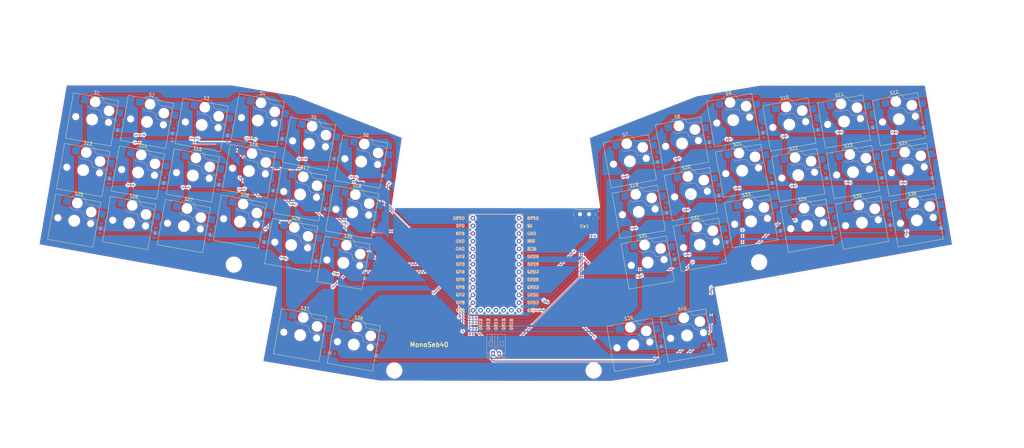
<source format=kicad_pcb>
(kicad_pcb (version 20240108) (generator "pcbnew") (generator_version "8.0")
  (layers (0 "F.Cu" signal) (31 "B.Cu" signal) (34 "B.Paste" user) (35 "F.Paste" user) (36 "B.SilkS" user "B.Silkscreen") (37 "F.SilkS" user "F.Silkscreen") (38 "B.Mask" user) (39 "F.Mask" user) (44 "Edge.Cuts" user))
  (net 0 "")
  (net 1 "Row 0")
  (net 2 "Net-(D1-A)")
  (net 3 "Net-(D2-A)")
  (net 4 "Net-(D3-A)")
  (net 5 "Net-(D4-A)")
  (net 6 "Net-(D5-A)")
  (net 7 "Net-(D6-A)")
  (net 8 "Net-(D7-A)")
  (net 9 "Net-(D8-A)")
  (net 10 "Net-(D9-A)")
  (net 11 "Net-(D10-A)")
  (net 12 "Net-(D11-A)")
  (net 13 "Net-(D12-A)")
  (net 14 "Row 1")
  (net 15 "Net-(D13-A)")
  (net 16 "Net-(D14-A)")
  (net 17 "Net-(D15-A)")
  (net 18 "Net-(D16-A)")
  (net 19 "Net-(D17-A)")
  (net 20 "Net-(D18-A)")
  (net 21 "Net-(D19-A)")
  (net 22 "Net-(D20-A)")
  (net 23 "Net-(D21-A)")
  (net 24 "Net-(D22-A)")
  (net 25 "Net-(D23-A)")
  (net 26 "Net-(D24-A)")
  (net 27 "Net-(D25-A)")
  (net 28 "Row 2")
  (net 29 "Net-(D26-A)")
  (net 30 "Net-(D27-A)")
  (net 31 "Net-(D28-A)")
  (net 32 "Net-(D29-A)")
  (net 33 "Net-(D30-A)")
  (net 34 "Net-(D31-A)")
  (net 35 "Net-(D32-A)")
  (net 36 "Net-(D33-A)")
  (net 37 "Net-(D34-A)")
  (net 38 "Net-(D35-A)")
  (net 39 "Net-(D36-A)")
  (net 40 "Net-(D37-A)")
  (net 41 "Row 3")
  (net 42 "Net-(D38-A)")
  (net 43 "Net-(D39-A)")
  (net 44 "Net-(D40-A)")
  (net 45 "Net-(J1-Pin_1)")
  (net 46 "Net-(J1-Pin_2)")
  (net 47 "Col 0")
  (net 48 "Col 1")
  (net 49 "Col 2")
  (net 50 "Col 3")
  (net 51 "Col 4")
  (net 52 "Col 5")
  (net 53 "Col 6")
  (net 54 "Col 7")
  (net 55 "Col 8")
  (net 56 "Col 9")
  (net 57 "Col 10")
  (net 58 "Col 11")
  (net 59 "Net-(U1-GP11)")
  (footprint "ScottoKeebs_Hotswap:Hotswap_Choc_V1_1.00u" (layer "F.Cu") (at 331.937288 97.903141 10)
    (property "Reference" "S11")
    (property "Value" "Keyswitch")
  )
  (footprint "ScottoKeebs_Hotswap:Hotswap_Choc_V1_1.00u" (layer "F.Cu") (at 95.676971 131.499476 -10)
    (property "Reference" "S26")
    (property "Value" "Keyswitch")
  )
  (footprint "ScottoKeebs_Hotswap:Hotswap_Choc_V1_1.00u" (layer "F.Cu") (at 353.029347 113.864279 10)
    (property "Reference" "S24")
    (property "Value" "Keyswitch")
  )
  (footprint "ScottoKeebs_Hotswap:Hotswap_Choc_V1_1.00u" (layer "F.Cu") (at 264.098191 127.799977 10)
    (property "Reference" "S19")
    (property "Value" "Keyswitch")
  )
  (footprint "ScottoKeebs_Hotswap:Hotswap_Choc_V1_1.00u" (layer "F.Cu") (at 152.201685 168.575198 -10)
    (property "Reference" "S37")
    (property "Value" "Keyswitch")
  )
  (footprint "ScottoKeebs_Hotswap:Hotswap_Choc_V1_1.00u" (layer "F.Cu") (at 169.420106 127.912848 -10)
    (property "Reference" "S18")
    (property "Value" "Keyswitch")
  )
  (footprint "ScottoKeebs_Hotswap:Hotswap_Choc_V1_1.00u" (layer "F.Cu") (at 337.841326 131.386604 10)
    (property "Reference" "S35")
    (property "Value" "Keyswitch")
  )
  (footprint "ScottoKeebs_Hotswap:Hotswap_Choc_V1_1.00u" (layer "F.Cu") (at 169.928225 171.700865 -10)
    (property "Reference" "S38")
    (property "Value" "Keyswitch")
  )
  (footprint "ScottoKeebs_Hotswap:Hotswap_Choc_V1_1.00u" (layer "F.Cu") (at 284.288364 138.646269 10)
    (property "Reference" "S32")
    (property "Value" "Keyswitch")
  )
  (footprint "ScottoKeebs_Hotswap:Hotswap_Choc_V1_1.00u" (layer "F.Cu") (at 152.181952 122.017409 -10)
    (property "Reference" "S17")
    (property "Value" "Keyswitch")
  )
  (footprint "ScottoKeebs_Hotswap:Hotswap_Choc_V1_1.00u" (layer "F.Cu") (at 113.776854 132.507806 -10)
    (property "Reference" "S27")
    (property "Value" "Keyswitch")
  )
  (footprint "ScottoKeebs_Hotswap:Hotswap_Choc_V1_1.00u" (layer "F.Cu") (at 98.62899 114.757744 -10)
    (property "Reference" "S14")
    (property "Value" "Keyswitch")
  )
  (footprint "ScottoKeebs_Hotswap:Hotswap_Choc_V1_1.00u" (layer "F.Cu") (at 166.468087 144.65458 -10)
    (property "Reference" "S30")
    (property "Value" "Keyswitch")
  )
  (footprint "ScottoKeebs_Hotswap:Hotswap_Choc_V1_1.00u" (layer "F.Cu") (at 298.25325 114.187204 10)
    (property "Reference" "S21")
    (property "Value" "Keyswitch")
  )
  (footprint "ScottoKeebs_Hotswap:Hotswap_Choc_V1_1.00u" (layer "F.Cu") (at 261.146172 111.058245 10)
    (property "Reference" "S7")
    (property "Value" "Keyswitch")
  )
  (footprint "ScottoKeebs_Hotswap:Hotswap_Choc_V1_1.00u" (layer "F.Cu") (at 301.205269 130.928936 10)
    (property "Reference" "S33")
    (property "Value" "Keyswitch")
  )
  (footprint "ScottoKeebs_Hotswap:Hotswap_Choc_V1_1.00u" (layer "F.Cu") (at 138.217066 97.558344 -10)
    (property "Reference" "S4")
    (property "Value" "Keyswitch")
  )
  (footprint "ScottoKeebs_Hotswap:Hotswap_Choc_V1_1.00u" (layer "F.Cu") (at 316.789424 115.653203 10)
    (property "Reference" "S22")
    (property "Value" "Keyswitch")
  )
  (footprint "ScottoKeebs_Hotswap:Hotswap_Choc_V1_1.00u" (layer "F.Cu") (at 267.05021 144.541708 10)
    (property "Reference" "S31")
    (property "Value" "Keyswitch")
  )
  (footprint "ScottoKeebs_Hotswap:Hotswap_Choc_V1_1.00u" (layer "F.Cu") (at 116.728873 115.766074 -10)
    (property "Reference" "S15")
    (property "Value" "Keyswitch")
  )
  (footprint "ScottoKeebs_Hotswap:Hotswap_Choc_V1_1.00u" (layer "F.Cu") (at 350.077328 97.122547 10)
    (property "Reference" "S12")
    (property "Value" "Keyswitch")
  )
  (footprint "ScottoKeebs_Hotswap:Hotswap_Choc_V1_1.00u" (layer "F.Cu") (at 319.741443 132.394935 10)
    (property "Reference" "S34")
    (property "Value" "Keyswitch")
  )
  (footprint "ScottoKeebs_Hotswap:Hotswap_Choc_V1_1.00u" (layer "F.Cu") (at 149.229933 138.759141 -10)
    (property "Reference" "S29")
    (property "Value" "Keyswitch")
  )
  (footprint "ScottoKeebs_Hotswap:Hotswap_Choc_V1_1.00u" (layer "F.Cu") (at 278.384326 105.162806 10)
    (property "Reference" "S8")
    (property "Value" "Keyswitch")
  )
  (footprint "ScottoKeebs_Hotswap:Hotswap_Choc_V1_1.00u" (layer "F.Cu") (at 119.680892 99.024343 -10)
    (property "Reference" "S3")
    (property "Value" "Keyswitch")
  )
  (footprint "ScottoKeebs_Hotswap:Hotswap_Choc_V1_1.00u" (layer "F.Cu") (at 101.581009 98.016012 -10)
    (property "Reference" "S2")
    (property "Value" "Keyswitch")
  )
  (footprint "ScottoKeebs_Hotswap:Hotswap_Choc_V1_1.00u" (layer "F.Cu") (at 313.837405 98.911471 10)
    (property "Reference" "S10")
    (property "Value" "Keyswitch")
  )
  (footprint "ScottoKeebs_Components:Switch_MSK12C02" (layer "F.Cu") (at 246.16 128.58)
    (property "Reference" "SW1")
    (property "Value" "Switch")
  )
  (footprint "ScottoKeebs_Hotswap:Hotswap_Choc_V1_1.00u" (layer "F.Cu") (at 155.133971 105.275677 -10)
    (property "Reference" "S5")
    (property "Value" "Keyswitch")
  )
  (footprint "ScottoKeebs_Hotswap:Hotswap_Choc_V1_1.00u" (layer "F.Cu") (at 77.536931 130.718882 -10)
    (property "Reference" "S25")
    (property "Value" "Keyswitch")
  )
  (footprint "ScottoKeebs_Hotswap:Hotswap_Choc_V1_1.00u" (layer "F.Cu") (at 262.309822 171.813736 10)
    (property "Reference" "S39")
    (property "Value" "Keyswitch")
  )
  (footprint "ScottoKeebs_Hotswap:Hotswap_Choc_V1_1.00u" (layer "F.Cu") (at 355.981366 130.606011 10)
    (property "Reference" "S36")
    (property "Value" "Keyswitch")
  )
  (footprint "ScottoKeebs_Hotswap:Hotswap_Choc_V1_1.00u" (layer "F.Cu") (at 80.48895 113.97715 -10)
    (property "Reference" "S13")
    (property "Value" "Keyswitch")
  )
  (footprint "ScottoKeebs_Hotswap:Hotswap_Choc_V1_1.00u" (layer "F.Cu") (at 334.889307 114.644873 10)
    (property "Reference" "S23")
    (property "Value" "Keyswitch")
  )
  (footprint "ScottoKeebs_MCU:RP2040_Pro_Micro" (layer "F.Cu") (at 216.9 146.4)
    (property "Reference" "U1" (hide yes))
    (property "Value" "RP2040_Pro_Micro" (hide yes))
  )
  (footprint "ScottoKeebs_Hotswap:Hotswap_Choc_V1_1.00u" (layer "F.Cu") (at 135.265047 114.300076 -10)
    (property "Reference" "S16")
    (property "Value" "Keyswitch")
  )
  (footprint "ScottoKeebs_Hotswap:Hotswap_Choc_V1_1.00u" (layer "F.Cu") (at 280.036362 168.688069 10)
    (property "Reference" "S40")
    (property "Value" "Keyswitch")
  )
  (footprint "ScottoKeebs_Hotswap:Hotswap_Choc_V1_1.00u" (layer "F.Cu") (at 132.313028 131.041807 -10)
    (property "Reference" "S28")
    (property "Value" "Keyswitch")
  )
  (footprint "ScottoKeebs_Hotswap:Hotswap_Choc_V1_1.00u" (layer "F.Cu") (at 172.372125 111.171116 -10)
    (property "Reference" "S6")
    (property "Value" "Keyswitch")
  )
  (footprint "ScottoKeebs_Hotswap:Hotswap_Choc_V1_1.00u" (layer "F.Cu") (at 83.440969 97.235418 -10)
    (property "Reference" "S1")
    (property "Value" "Keyswitch")
  )
  (footprint "ScottoKeebs_Hotswap:Hotswap_Choc_V1_1.00u" (layer "F.Cu") (at 281.336345 121.904538 10)
    (property "Reference" "S20")
    (property "Value" "Keyswitch")
  )
  (footprint "ScottoKeebs_Hotswap:Hotswap_Choc_V1_1.00u" (layer "F.Cu") (at 295.301231 97.445472 10)
    (property "Reference" "S9")
    (property "Value" "Keyswitch")
  )
  (footprint "ScottoKeebs_Components:Diode_SOD-123" (layer "B.Cu") (at 341.420336 99.840051 100)
    (property "Reference" "D11" (hide yes))
    (property "Value" "Diode")
  )
  (footprint "ScottoKeebs_Components:Diode_SOD-123" (layer "B.Cu") (at 344.400336 116.570051 100)
    (property "Reference" "D23" (hide yes))
    (property "Value" "Diode")
  )
  (footprint "ScottoKeebs_Components:Diode_SOD-123" (layer "B.Cu") (at 163.446855 110.175118 80)
    (property "Reference" "D5" (hide yes))
    (property "Value" "Diode")
  )
  (footprint "ScottoKeebs_Components:Diode_SOD-123" (layer "B.Cu") (at 157.410336 144.090051 80)
    (property "Reference" "D29" (hide yes))
    (property "Value" "Diode")
  )
  (footprint "ScottoKeebs_Components:Diode_SOD-123" (layer "B.Cu") (at 271.52 172.31 100)
    (property "Reference" "D39" (hide yes))
    (property "Value" "Diode")
  )
  (footprint "ScottoKeebs_Components:Diode_SOD-123" (layer "B.Cu") (at 160.450336 126.830051 80)
    (property "Reference" "D17" (hide yes))
    (property "Value" "Diode")
  )
  (footprint "ScottoKeebs_Components:Diode_SOD-123" (layer "B.Cu") (at 305.143817 101.595118 100)
    (property "Reference" "D9" (hide yes))
    (property "Value" "Diode")
  )
  (footprint "ScottoKeebs_Components:Diode_SOD-123" (layer "B.Cu") (at 308.120336 118.220051 100)
    (property "Reference" "D21" (hide yes))
    (property "Value" "Diode")
  )
  (footprint "Connector_JST:JST_PH_S2B-PH-K_1x02_P2.00mm_Horizontal" (layer "B.Cu") (at 215.95 174.7)
    (property "Reference" "J1")
    (property "Value" "Conn_01x02_Pin")
  )
  (footprint "ScottoKeebs_Components:Diode_SOD-123" (layer "B.Cu") (at 329.050336 133.320051 100)
    (property "Reference" "D34" (hide yes))
    (property "Value" "Diode")
  )
  (footprint "ScottoKeebs_Components:Diode_SOD-123" (layer "B.Cu") (at 273.300336 128.080051 100)
    (property "Reference" "D19" (hide yes))
    (property "Value" "Diode")
  )
  (footprint "ScottoKeebs_Components:Diode_SOD-123" (layer "B.Cu") (at 347.160336 132.190051 100)
    (property "Reference" "D35" (hide yes))
    (property "Value" "Diode")
  )
  (footprint "ScottoKeebs_Components:Diode_SOD-123" (layer "B.Cu") (at 146.240336 103.630051 80)
    (property "Reference" "D4" (hide yes))
    (property "Value" "Diode")
  )
  (footprint "ScottoKeebs_Components:Diode_SOD-123" (layer "B.Cu") (at 161.95 174.46 170)
    (property "Reference" "D37" (hide yes))
    (property "Value" "Diode")
  )
  (footprint "ScottoKeebs_Components:Diode_SOD-123" (layer "B.Cu") (at 361.010336 116.610051 100)
    (property "Reference" "D24" (hide yes))
    (property "Value" "Diode")
  )
  (footprint "ScottoKeebs_Components:Diode_SOD-123" (layer "B.Cu") (at 177.37 175.39 80)
    (property "Reference" "D38" (hide yes))
    (property "Value" "Diode")
  )
  (footprint "ScottoKeebs_Components:Diode_SOD-123" (layer "B.Cu") (at 143.270336 120.750051 80)
    (property "Reference" "D16" (hide yes))
    (property "Value" "Diode")
  )
  (footprint "ScottoKeebs_Components:Diode_SOD-123" (layer "B.Cu") (at 287.370336 104.680051 100)
    (property "Reference" "D8" (hide yes))
    (property "Value" "Diode")
  )
  (footprint "ScottoKeebs_Components:Diode_SOD-123" (layer "B.Cu") (at 363.920336 133.120051 100)
    (property "Reference" "D36" (hide yes))
    (property "Value" "Diode")
  )
  (footprint "ScottoKeebs_Components:Diode_SOD-123" (layer "B.Cu") (at 173.520336 149.810051 80)
    (property "Reference" "D30" (hide yes))
    (property "Value" "Diode")
  )
  (footprint "ScottoKeebs_Components:Diode_SOD-123" (layer "B.Cu") (at 310.890336 134.080051 100)
    (property "Reference" "D33" (hide yes))
    (property "Value" "Diode")
  )
  (footprint "ScottoKeebs_Components:Diode_SOD-123" (layer "B.Cu") (at 326.150336 116.650051 100)
    (property "Reference" "D22" (hide yes))
    (property "Value" "Diode")
  )
  (footprint "ScottoKeebs_Components:Diode_SOD-123" (layer "B.Cu") (at 293.270336 137.770051 100)
    (property "Reference" "D32" (hide yes))
    (property "Value" "Diode")
  )
  (footprint "ScottoKeebs_Components:Diode_SOD-123" (layer "B.Cu") (at 140.260336 137.780051 80)
    (property "Reference" "D28" (hide yes))
    (property "Value" "Diode")
  )
  (footprint "ScottoKeebs_Components:Diode_SOD-123" (layer "B.Cu") (at 125.320336 118.800051 80)
    (property "Reference" "D15" (hide yes))
    (property "Value" "Diode")
  )
  (footprint "ScottoKeebs_Components:Diode_SOD-123" (layer "B.Cu") (at 276.020336 143.460051 100)
    (property "Reference" "D31" (hide yes))
    (property "Value" "Diode")
  )
  (footprint "ScottoKeebs_Components:Diode_SOD-123" (layer "B.Cu") (at 89.140336 116.770051 80)
    (property "Reference" "D13" (hide yes))
    (property "Value" "Diode")
  )
  (footprint "ScottoKeebs_Components:Diode_SOD-123" (layer "B.Cu") (at 107.150336 118.230051 80)
    (property "Reference" "D14" (hide yes))
    (property "Value" "Diode")
  )
  (footprint "ScottoKeebs_Components:Diode_SOD-123" (layer "B.Cu") (at 323.250336 100.650051 100)
    (property "Reference" "D10" (hide yes))
    (property "Value" "Diode")
  )
  (footprint "ScottoKeebs_Components:Diode_SOD-123" (layer "B.Cu") (at 179.460336 115.800051 80)
    (property "Reference" "D6" (hide yes))
    (property "Value" "Diode")
  )
  (footprint "ScottoKeebs_Components:Diode_SOD-123" (layer "B.Cu") (at 86.220336 133.260051 80)
    (property "Reference" "D25" (hide yes))
    (property "Value" "Diode")
  )
  (footprint "ScottoKeebs_Components:Diode_SOD-123" (layer "B.Cu") (at 91.910336 100.730051 80)
    (property "Reference" "D1" (hide yes))
    (property "Value" "Diode")
  )
  (footprint "ScottoKeebs_Components:Diode_SOD-123" (layer "B.Cu") (at 176.460336 133.700051 80)
    (property "Reference" "D18" (hide yes))
    (property "Value" "Diode")
  )
  (footprint "ScottoKeebs_Components:Diode_SOD-123" (layer "B.Cu") (at 290.530336 122.320051 100)
    (property "Reference" "D20" (hide yes))
    (property "Value" "Diode")
  )
  (footprint "ScottoKeebs_Components:Diode_SOD-123" (layer "B.Cu") (at 358.070336 99.930051 100)
    (property "Reference" "D12" (hide yes))
    (property "Value" "Diode")
  )
  (footprint "ScottoKeebs_Components:Diode_SOD-123" (layer "B.Cu") (at 128.220336 102.510051 80)
    (property "Reference" "D3" (hide yes))
    (property "Value" "Diode")
  )
  (footprint "ScottoKeebs_Components:Diode_SOD-123" (layer "B.Cu") (at 122.400336 135.370051 80)
    (property "Reference" "D27" (hide yes))
    (property "Value" "Diode")
  )
  (footprint "ScottoKeebs_Components:Diode_SOD-123" (layer "B.Cu") (at 287.28 171.77 10)
    (property "Reference" "D40" (hide yes))
    (property "Value" "Diode")
  )
  (footprint "ScottoKeebs_Components:Diode_SOD-123" (layer "B.Cu") (at 270.290336 111.260051 100)
    (property "Reference" "D7" (hide yes))
    (property "Value" "Diode")
  )
  (footprint "ScottoKeebs_Components:Diode_SOD-123" (layer "B.Cu") (at 110.010336 101.840051 80)
    (property "Reference" "D2" (hide yes))
    (property "Value" "Diode")
  )
  (footprint "ScottoKeebs_Components:Diode_SOD-123" (layer "B.Cu") (at 104.230336 134.750051 80)
    (property "Reference" "D26" (hide yes))
    (property "Value" "Diode")
  )
  (gr_line (start 65.53 138.91) (end 144.06 152.95) (stroke (width 0.05)) (layer "Edge.Cuts"))
  (gr_line (start 216.96 126.08) (end 250.83 126.15) (stroke (width 0.05)) (layer "Edge.Cuts"))
  (gr_circle (center 249.19 180.26) (end 251.39 180.26) (stroke (width 0.05)) (fill none) (layer "Edge.Cuts"))
  (gr_line (start 150.57 89.03) (end 129.57 85.49) (stroke (width 0.05)) (layer "Edge.Cuts"))
  (gr_circle (center 303.88 144.45) (end 306.08 144.45) (stroke (width 0.05)) (fill none) (layer "Edge.Cuts"))
  (gr_line (start 359.04 85.58) (end 368.17 138.99) (stroke (width 0.05)) (layer "Edge.Cuts"))
  (gr_circle (center 183.3 180.28) (end 185.5 180.28) (stroke (width 0.05)) (fill none) (layer "Edge.Cuts"))
  (gr_line (start 250.83 126.15) (end 247.42 103.06) (stroke (width 0.05)) (layer "Edge.Cuts"))
  (gr_line (start 294.21 177.64) (end 255.15 184.17) (stroke (width 0.05)) (layer "Edge.Cuts"))
  (gr_line (start 186.28 102.98) (end 150.57 89.03) (stroke (width 0.05)) (layer "Edge.Cuts"))
  (gr_line (start 144.06 152.95) (end 139.49 177.56) (stroke (width 0.05)) (layer "Edge.Cuts"))
  (gr_line (start 289.64 153.03) (end 294.21 177.64) (stroke (width 0.05)) (layer "Edge.Cuts"))
  (gr_line (start 74.66 85.5) (end 65.53 138.91) (stroke (width 0.05)) (layer "Edge.Cuts"))
  (gr_line (start 283.13 89.11) (end 247.42 103.06) (stroke (width 0.05)) (layer "Edge.Cuts"))
  (gr_line (start 304.13 85.57) (end 359.04 85.58) (stroke (width 0.05)) (layer "Edge.Cuts"))
  (gr_line (start 368.17 138.99) (end 289.64 153.03) (stroke (width 0.05)) (layer "Edge.Cuts"))
  (gr_circle (center 130.28 145.25) (end 132.48 145.25) (stroke (width 0.05)) (fill none) (layer "Edge.Cuts"))
  (gr_line (start 178.55 184.09) (end 216.8 184.16) (stroke (width 0.05)) (layer "Edge.Cuts"))
  (gr_line (start 283.13 89.11) (end 304.13 85.57) (stroke (width 0.05)) (layer "Edge.Cuts"))
  (gr_line (start 255.15 184.17) (end 216.8 184.16) (stroke (width 0.05)) (layer "Edge.Cuts"))
  (gr_line (start 139.49 177.56) (end 178.55 184.09) (stroke (width 0.05)) (layer "Edge.Cuts"))
  (gr_line (start 129.57 85.49) (end 74.66 85.5) (stroke (width 0.05)) (layer "Edge.Cuts"))
  (gr_line (start 182.87 126.07) (end 186.28 102.98) (stroke (width 0.05)) (layer "Edge.Cuts"))
  (gr_line (start 216.96 126.08) (end 182.87 126.07) (stroke (width 0.05)) (layer "Edge.Cuts"))
  (gr_text "MonoSeb40" (at 188.27 172.61 0) (layer "F.SilkS") (effects (font (size 1.5 1.5) (thickness 0.3) (bold yes)) (justify left bottom)))
  (segment (start 311.770708 102.76) (end 311.700708 102.83) (width 0.2) (layer "F.Cu") (net 1))
  (segment (start 260.059475 116.17) (end 260.209475 116.02) (width 0.2) (layer "F.Cu") (net 1))
  (segment (start 170.67 116.29) (end 170.79 116.41) (width 0.2) (layer "F.Cu") (net 1))
  (segment (start 137.03 103.45) (end 137.42 103.84) (width 0.2) (layer "F.Cu") (net 1))
  (segment (start 134.48 103.45) (end 137.03 103.45) (width 0.2) (layer "F.Cu") (net 1))
  (segment (start 331.000591 101.42) (end 329.850591 101.42) (width 0.2) (layer "F.Cu") (net 1))
  (segment (start 259.009475 116.17) (end 260.059475 116.17) (width 0.2) (layer "F.Cu") (net 1))
  (segment (start 294.364534 103.77) (end 293.164534 103.77) (width 0.2) (layer "F.Cu") (net 1))
  (segment (start 349.140631 101.51) (end 347.940631 101.51) (width 0.2) (layer "F.Cu") (net 1))
  (segment (start 168.91 116.29) (end 170.67 116.29) (width 0.2) (layer "F.Cu") (net 1))
  (segment (start 151.78 110.26) (end 153.99 110.26) (width 0.2) (layer "F.Cu") (net 1))
  (segment (start 276.507629 110.14) (end 276.247629 110.4) (width 0.2) (layer "F.Cu") (net 1))
  (segment (start 100.53 102.36) (end 100.6 102.29) (width 0.2) (layer "F.Cu") (net 1))
  (segment (start 116.16 103.53) (end 118.48 103.53) (width 0.2) (layer "F.Cu") (net 1))
  (segment (start 312.900708 102.76) (end 311.770708 102.76) (width 0.2) (layer "F.Cu") (net 1))
  (segment (start 329.850591 101.42) (end 329.800591 101.47) (width 0.2) (layer "F.Cu") (net 1))
  (segment (start 277.447629 110.14) (end 276.507629 110.14) (width 0.2) (layer "F.Cu") (net 1))
  (segment (start 97.85 102.36) (end 100.53 102.36) (width 0.2) (layer "F.Cu") (net 1))
  (via (at 349.140631 101.51) (size 0.6) (drill 0.3) (layers "F.Cu" "B.Cu") (net 1))
  (via (at 134.48 103.45) (size 0.6) (drill 0.3) (layers "F.Cu" "B.Cu") (net 1))
  (via (at 170.79 116.41) (size 0.6) (drill 0.3) (layers "F.Cu" "B.Cu") (net 1))
  (via (at 137.42 103.84) (size 0.6) (drill 0.3) (layers "F.Cu" "B.Cu") (net 1))
  (via (at 277.447629 110.14) (size 0.6) (drill 0.3) (layers "F.Cu" "B.Cu") (net 1))
  (via (at 153.99 110.26) (size 0.6) (drill 0.3) (layers "F.Cu" "B.Cu") (net 1))
  (via (at 118.48 103.53) (size 0.6) (drill 0.3) (layers "F.Cu" "B.Cu") (net 1))
  (via (at 312.900708 102.76) (size 0.6) (drill 0.3) (layers "F.Cu" "B.Cu") (net 1))
  (via (at 294.364534 103.77) (size 0.6) (drill 0.3) (layers "F.Cu" "B.Cu") (net 1))
  (via (at 116.16 103.53) (size 0.6) (drill 0.3) (layers "F.Cu" "B.Cu") (net 1))
  (via (at 100.6 102.29) (size 0.6) (drill 0.3) (layers "F.Cu" "B.Cu") (net 1))
  (via (at 311.700708 102.83) (size 0.6) (drill 0.3) (layers "F.Cu" "B.Cu") (net 1))
  (via (at 168.91 116.29) (size 0.6) (drill 0.3) (layers "F.Cu" "B.Cu") (net 1))
  (via (at 97.85 102.36) (size 0.6) (drill 0.3) (layers "F.Cu" "B.Cu") (net 1))
  (via (at 259.009475 116.17) (size 0.6) (drill 0.3) (layers "F.Cu" "B.Cu") (net 1))
  (via (at 293.164534 103.77) (size 0.6) (drill 0.3) (layers "F.Cu" "B.Cu") (net 1))
  (via (at 331.000591 101.42) (size 0.6) (drill 0.3) (layers "F.Cu" "B.Cu") (net 1))
  (via (at 347.940631 101.51) (size 0.6) (drill 0.3) (layers "F.Cu" "B.Cu") (net 1))
  (via (at 151.78 110.26) (size 0.6) (drill 0.3) (layers "F.Cu" "B.Cu") (net 1))
  (via (at 276.247629 110.4) (size 0.6) (drill 0.3) (layers "F.Cu" "B.Cu") (net 1))
  (via (at 260.209475 116.02) (size 0.6) (drill 0.3) (layers "F.Cu" "B.Cu") (net 1))
  (via (at 329.800591 101.47) (size 0.6) (drill 0.3) (layers "F.Cu" "B.Cu") (net 1))
  (segment (start 252.74 137.91) (end 252.74 116.28) (width 0.2) (layer "B.Cu") (net 1))
  (segment (start 237.59 153.06) (end 252.74 137.91) (width 0.2) (layer "B.Cu") (net 1))
  (segment (start 349.185615 101.554984) (end 349.140631 101.51) (width 0.2) (layer "B.Cu") (net 1))
  (segment (start 127.933817 104.134984) (end 133.795016 104.134984) (width 0.2) (layer "B.Cu") (net 1))
  (segment (start 273.762645 112.884984) (end 270.576855 112.884984) (width 0.2) (layer "B.Cu") (net 1))
  (segment (start 145.953817 105.254984) (end 146.774984 105.254984) (width 0.2) (layer "B.Cu") (net 1))
  (segment (start 263.344491 112.884984) (end 270.576855 112.884984) (width 0.2) (layer "B.Cu") (net 1))
  (segment (start 119.084984 104.134984) (end 127.933817 104.134984) (width 0.2) (layer "B.Cu") (net 1))
  (segment (start 281.282645 106.304984) (end 277.447629 110.14) (width 0.2) (layer "B.Cu") (net 1))
  (segment (start 311.700708 102.83) (end 311.310657 103.220051) (width 0.2) (layer "B.Cu") (net 1))
  (segment (start 146.774984 105.254984) (end 151.78 110.26) (width 0.2) (layer "B.Cu") (net 1))
  (segment (start 237.59 153.06) (end 235.36 155.29) (width 0.2) (layer "B.Cu") (net 1))
  (segment (start 138.834984 105.254984) (end 145.953817 105.254984) (width 0.2) (layer "B.Cu") (net 1))
  (segment (start 153.99 110.26) (end 154.4 110.26) (width 0.2) (layer "B.Cu") (net 1))
  (segment (start 258.899475 116.28) (end 259.009475 116.17) (width 0.2) (layer "B.Cu") (net 1))
  (segment (start 170.79 116.41) (end 171.804984 117.424984) (width 0.2) (layer "B.Cu") (net 1))
  (segment (start 260.209475 116.02) (end 263.344491 112.884984) (width 0.2) (layer "B.Cu") (net 1))
  (segment (start 137.42 103.84) (end 138.834984 105.254984) (width 0.2) (layer "B.Cu") (net 1))
  (segment (start 293.164534 104.155466) (end 291.015016 106.304984) (width 0.2) (layer "B.Cu") (net 1))
  (segment (start 171.804984 117.424984) (end 179.173817 117.424984) (width 0.2) (layer "B.Cu") (net 1))
  (segment (start 227.73 162.92) (end 237.59 153.06) (width 0.2) (layer "B.Cu") (net 1))
  (segment (start 100.6 102.29) (end 101.774984 103.464984) (width 0.2) (layer "B.Cu") (net 1))
  (segment (start 154.4 110.26) (end 155.940051 111.800051) (width 0.2) (layer "B.Cu") (net 1))
  (segment (start 305.430336 103.220051) (end 294.914483 103.220051) (width 0.2) (layer "B.Cu") (net 1))
  (segment (start 287.656855 106.304984) (end 281.282645 106.304984) (width 0.2) (layer "B.Cu") (net 1))
  (segment (start 347.940631 101.51) (end 347.895615 101.464984) (width 0.2) (layer "B.Cu") (net 1))
  (segment (start 91.623817 102.354984) (end 97.844984 102.354984) (width 0.2) (layer "B.Cu") (net 1))
  (segment (start 294.914483 103.220051) (end 294.364534 103.77) (width 0.2) (layer "B.Cu") (net 1))
  (segment (start 179.173817 117.424984) (end 179.173817 117.533817) (width 0.2) (layer "B.Cu") (net 1))
  (segment (start 101.774984 103.464984) (end 109.723817 103.464984) (width 0.2) (layer "B.Cu") (net 1))
  (segment (start 109.723817 103.464984) (end 116.094984 103.464984) (width 0.2) (layer "B.Cu") (net 1))
  (segment (start 323.536855 102.274984) (end 313.385724 102.274984) (width 0.2) (layer "B.Cu") (net 1))
  (segment (start 97.844984 102.354984) (end 97.85 102.36) (width 0.2) (layer "B.Cu") (net 1))
  (segment (start 313.385724 102.274984) (end 312.900708 102.76) (width 0.2) (layer "B.Cu") (net 1))
  (segment (start 163.160336 111.800051) (end 164.420051 111.800051) (width 0.2) (layer "B.Cu") (net 1))
  (segment (start 235.36 155.29) (end 224.52 155.29) (width 0.2) (layer "B.Cu") (net 1))
  (segment (start 329.800591 101.47) (end 328.995607 102.274984) (width 0.2) (layer "B.Cu") (net 1))
  (segment (start 328.995607 102.274984) (end 323.536855 102.274984) (width 0.2) (layer "B.Cu") (net 1))
  (segment (start 164.420051 111.800051) (end 168.91 116.29) (width 0.2) (layer "B.Cu") (net 1))
  (segment (start 252.74 116.28) (end 258.899475 116.28) (width 0.2) (layer "B.Cu") (net 1))
  (segment (start 155.940051 111.800051) (end 163.160336 111.800051) (width 0.2) (layer "B.Cu") (net 1))
  (segment (start 116.094984 103.464984) (end 116.16 103.53) (width 0.2) (layer "B.Cu") (net 1))
  (segment (start 133.795016 104.134984) (end 134.48 103.45) (width 0.2) (layer "B.Cu") (net 1))
  (segment (start 276.247629 110.4) (end 273.762645 112.884984) (width 0.2) (layer "B.Cu") (net 1))
  (segment (start 182.240128 137.260128) (end 207.9 162.92) (width 0.2) (layer "B.Cu") (net 1))
  (segment (start 293.164534 103.77) (end 293.164534 104.155466) (width 0.2) (layer "B.Cu") (net 1))
  (segment (start 341.706855 101.464984) (end 331.045575 101.464984) (width 0.2) (layer "B.Cu") (net 1))
  (segment (start 347.895615 101.464984) (end 341.706855 101.464984) (width 0.2) (layer "B.Cu") (net 1))
  (segment (start 291.015016 106.304984) (end 287.656855 106.304984) (width 0.2) (layer "B.Cu") (net 1))
  (segment (start 358.356855 101.554984) (end 349.185615 101.554984) (width 0.2) (layer "B.Cu") (net 1))
  (segment (start 179.173817 117.533817) (end 182.240128 120.600128) (width 0.2) (layer "B.Cu") (net 1))
  (segment (start 331.045575 101.464984) (end 331.000591 101.42) (width 0.2) (layer "B.Cu") (net 1))
  (segment (start 207.9 162.92) (end 227.73 162.92) (width 0.2) (layer "B.Cu") (net 1))
  (segment (start 182.240128 120.600128) (end 182.240128 137.260128) (width 0.2) (layer "B.Cu") (net 1))
  (segment (start 311.310657 103.220051) (end 305.430336 103.220051) (width 0.2) (layer "B.Cu") (net 1))
  (segment (start 118.48 103.53) (end 119.084984 104.134984) (width 0.2) (layer "B.Cu") (net 1))
  (segment (start 92.471698 94.969158) (end 92.471698 98.830275) (width 0.2) (layer "B.Cu") (net 2))
  (segment (start 92.471698 98.830275) (end 92.196855 99.105118) (width 0.2) (layer "B.Cu") (net 2))
  (segment (start 110.611738 95.749752) (end 110.611738 99.900235) (width 0.2) (layer "B.Cu") (net 3))
  (segment (start 110.611738 99.900235) (end 110.296855 100.215118) (width 0.2) (layer "B.Cu") (net 3))
  (segment (start 128.711621 96.758083) (end 128.711621 100.680352) (width 0.2) (layer "B.Cu") (net 4))
  (segment (start 128.711621 100.680352) (end 128.506855 100.885118) (width 0.2) (layer "B.Cu") (net 4))
  (segment (start 147.247795 95.292084) (end 147.247795 101.284178) (width 0.2) (layer "B.Cu") (net 5))
  (segment (start 147.247795 101.284178) (end 146.526855 102.005118) (width 0.2) (layer "B.Cu") (net 5))
  (segment (start 164.1647 103.009417) (end 164.1647 108.118859) (width 0.2) (layer "B.Cu") (net 6))
  (segment (start 164.1647 108.118859) (end 163.733374 108.550185) (width 0.2) (layer "B.Cu") (net 6))
  (segment (start 181.402854 112.519119) (end 179.746855 114.175118) (width 0.2) (layer "B.Cu") (net 7))
  (segment (start 181.402854 108.904856) (end 181.402854 112.519119) (width 0.2) (layer "B.Cu") (net 7))
  (segment (start 268.857175 108.488476) (end 270.003817 109.635118) (width 0.2) (layer "B.Cu") (net 8))
  (segment (start 268.857175 105.839966) (end 268.857175 108.488476) (width 0.2) (layer "B.Cu") (net 8))
  (segment (start 286.095329 99.944527) (end 286.095329 102.06663) (width 0.2) (layer "B.Cu") (net 9))
  (segment (start 286.095329 102.06663) (end 287.083817 103.055118) (width 0.2) (layer "B.Cu") (net 9))
  (segment (start 303.012234 92.227193) (end 303.012234 98.125121) (width 0.2) (layer "B.Cu") (net 10))
  (segment (start 303.012234 98.125121) (end 304.857298 99.970185) (width 0.2) (layer "B.Cu") (net 10))
  (segment (start 321.548408 93.693192) (end 321.548408 97.609709) (width 0.2) (layer "B.Cu") (net 11))
  (segment (start 321.548408 97.609709) (end 322.963817 99.025118) (width 0.2) (layer "B.Cu") (net 11))
  (segment (start 339.648291 92.684862) (end 339.648291 96.729592) (width 0.2) (layer "B.Cu") (net 12))
  (segment (start 339.648291 96.729592) (end 341.133817 98.215118) (width 0.2) (layer "B.Cu") (net 12))
  (segment (start 357.788331 91.904268) (end 357.788331 98.300604) (width 0.2) (layer "B.Cu") (net 13))
  (segment (start 357.788331 98.300604) (end 357.783817 98.305118) (width 0.2) (layer "B.Cu") (net 13))
  (segment (start 113.44 119.69) (end 115.29 119.69) (width 0.2) (layer "F.Cu") (net 14))
  (segment (start 132.03 120.35) (end 133.68 120.35) (width 0.2) (layer "F.Cu") (net 14))
  (segment (start 167.27 131.39) (end 167.73 131.85) (width 0.2) (layer "F.Cu") (net 14))
  (segment (start 263.031494 133.25) (end 263.161494 133.12) (width 0.2) (layer "F.Cu") (net 14))
  (segment (start 133.68 120.35) (end 133.84 120.19) (width 0.2) (layer "F.Cu") (net 14))
  (segment (start 333.95261 118.13) (end 332.82261 118.13) (width 0.2) (layer "F.Cu") (net 14))
  (segment (start 233.869265 157.629265) (end 233.289265 157.629265) (width 0.2) (layer "F.Cu") (net 14))
  (segment (start 149.02 125.22) (end 150.47 125.22) (width 0.2) (layer "F.Cu") (net 14))
  (segment (start 166.24 131.39) (end 167.27 131.39) (width 0.2) (layer "F.Cu") (net 14))
  (segment (start 261.961494 133.25) (end 263.031494 133.25) (width 0.2) (layer "F.Cu") (net 14))
  (segment (start 95.24 118.86) (end 97.02 118.86) (width 0.2) (layer "F.Cu") (net 14))
  (segment (start 352.09265 118.19) (end 350.89265 118.19) (width 0.2) (layer "F.Cu") (net 14))
  (segment (start 115.29 119.69) (end 115.36 119.62) (width 0.2) (layer "F.Cu") (net 14))
  (segment (start 280.399648 127.13) (end 279.199648 127.13) (width 0.2) (layer "F.Cu") (net 14))
  (segment (start 315.852727 119.18) (end 314.652727 119.18) (width 0.2) (layer "F.Cu") (net 14))
  (segment (start 233.289265 157.629265) (end 232.730735 157.070735) (width 0.2) (layer "F.Cu") (net 14))
  (segment (start 297.316553 119.93) (end 296.116553 119.93) (width 0.2) (layer "F.Cu") (net 14))
  (segment (start 150.47 125.22) (end 150.62 125.37) (width 0.2) (layer "F.Cu") (net 14))
  (segment (start 332.82261 118.13) (end 332.75261 118.06) (width 0.2) (layer "F.Cu") (net 14))
  (via (at 115.36 119.62) (size 0.6) (drill 0.3) (layers "F.Cu" "B.Cu") (net 14))
  (via (at 95.24 118.86) (size 0.6) (drill 0.3) (layers "F.Cu" "B.Cu") (net 14))
  (via (at 113.44 119.69) (size 0.6) (drill 0.3) (layers "F.Cu" "B.Cu") (net 14))
  (via (at 150.62 125.37) (size 0.6) (drill 0.3) (layers "F.Cu" "B.Cu") (net 14))
  (via (at 350.89265 118.19) (size 0.6) (drill 0.3) (layers "F.Cu" "B.Cu") (net 14))
  (via (at 261.961494 133.25) (size 0.6) (drill 0.3) (layers "F.Cu" "B.Cu") (net 14))
  (via (at 97.02 118.86) (size 0.6) (drill 0.3) (layers "F.Cu" "B.Cu") (net 14))
  (via (at 149.02 125.22) (size 0.6) (drill 0.3) (layers "F.Cu" "B.Cu") (net 14))
  (via (at 232.730735 157.070735) (size 0.6) (drill 0.3) (layers "F.Cu" "B.Cu") (net 14))
  (via (at 314.652727 119.18) (size 0.6) (drill 0.3) (layers "F.Cu" "B.Cu") (net 14))
  (via (at 297.316553 119.93) (size 0.6) (drill 0.3) (layers "F.Cu" "B.Cu") (net 14))
  (via (at 233.869265 157.629265) (size 0.6) (drill 0.3) (layers "F.Cu" "B.Cu") (net 14))
  (via (at 280.399648 127.13) (size 0.6) (drill 0.3) (layers "F.Cu" "B.Cu") (net 14))
  (via (at 132.03 120.35) (size 0.6) (drill 0.3) (layers "F.Cu" "B.Cu") (net 14))
  (via (at 167.73 131.85) (size 0.6) (drill 0.3) (layers "F.Cu" "B.Cu") (net 14))
  (via (at 133.84 120.19) (size 0.6) (drill 0.3) (layers "F.Cu" "B.Cu") (net 14))
  (via (at 166.24 131.39) (size 0.6) (drill 0.3) (layers "F.Cu" "B.Cu") (net 14))
  (via (at 296.116553 119.93) (size 0.6) (drill 0.3) (layers "F.Cu" "B.Cu") (net 14))
  (via (at 279.199648 127.13) (size 0.6) (drill 0.3) (layers "F.Cu" "B.Cu") (net 14))
  (via (at 333.95261 118.13) (size 0.6) (drill 0.3) (layers "F.Cu" "B.Cu") (net 14))
  (via (at 352.09265 118.19) (size 0.6) (drill 0.3) (layers "F.Cu" "B.Cu") (net 14))
  (via (at 315.852727 119.18) (size 0.6) (drill 0.3) (layers "F.Cu" "B.Cu") (net 14))
  (via (at 332.75261 118.06) (size 0.6) (drill 0.3) (layers "F.Cu" "B.Cu") (net 14))
  (via (at 263.161494 133.12) (size 0.6) (drill 0.3) (layers "F.Cu" "B.Cu") (net 14))
  (segment (start 361.296855 118.234984) (end 352.137634 118.234984) (width 0.2) (layer "B.Cu") (net 14))
  (segment (start 334.017594 118.194984) (end 333.95261 118.13) (width 0.2) (layer "B.Cu") (net 14))
  (segment (start 283.584664 123.944984) (end 280.399648 127.13) (width 0.2) (layer "B.Cu") (net 14))
  (segment (start 290.816855 123.944984) (end 283.584664 123.944984) (width 0.2) (layer "B.Cu") (net 14))
  (segment (start 88.853817 118.394984) (end 94.774984 118.394984) (width 0.2) (layer "B.Cu") (net 14))
  (segment (start 276.624664 129.704984) (end 273.586855 129.704984) (width 0.2) (layer "B.Cu") (net 14))
  (segment (start 316.757743 118.274984) (end 315.852727 119.18) (width 0.2) (layer "B.Cu") (net 14))
  (segment (start 266.57651 129.704984) (end 273.586855 129.704984) (width 0.2) (layer "B.Cu") (net 14))
  (segment (start 125.033817 120.424984) (end 131.955016 120.424984) (width 0.2) (layer "B.Cu") (net 14))
  (segment (start 98.014984 119.854984) (end 106.863817 119.854984) (width 0.2) (layer "B.Cu") (net 14))
  (segment (start 94.774984 118.394984) (end 95.24 118.86) (width 0.2) (layer "B.Cu") (net 14))
  (segment (start 350.89265 118.19) (end 350.887666 118.194984) (width 0.2) (layer "B.Cu") (net 14))
  (segment (start 131.955016 120.424984) (end 132.03 120.35) (width 0.2) (layer "B.Cu") (net 14))
  (segment (start 176.173817 135.324984) (end 179.374984 135.324984) (width 0.2) (layer "B.Cu") (net 14))
  (segment (start 297.401569 119.844984) (end 297.316553 119.93) (width 0.2) (layer "B.Cu") (net 14))
  (segment (start 352.137634 118.234984) (end 352.09265 118.19) (width 0.2) (layer "B.Cu") (net 14))
  (segment (start 207.84 163.79) (end 228.23 163.79) (width 0.2) (layer "B.Cu") (net 14))
  (segment (start 232.730735 157.070735) (end 231.97147 157.83) (width 0.2) (layer "B.Cu") (net 14))
  (segment (start 153.704984 128.454984) (end 160.163817 128.454984) (width 0.2) (layer "B.Cu") (net 14))
  (segment (start 344.686855 118.194984) (end 334.017594 118.194984) (width 0.2) (layer "B.Cu") (net 14))
  (segment (start 116.164984 120.424984) (end 125.033817 120.424984) (width 0.2) (layer "B.Cu") (net 14))
  (segment (start 136.024984 122.374984) (end 142.983817 122.374984) (width 0.2) (layer "B.Cu") (net 14))
  (segment (start 263.161494 133.12) (end 266.57651 129.704984) (width 0.2) (layer "B.Cu") (net 14))
  (segment (start 160.163817 128.454984) (end 163.304984 128.454984) (width 0.2) (layer "B.Cu") (net 14))
  (segment (start 350.887666 118.194984) (end 344.686855 118.194984) (width 0.2) (layer "B.Cu") (net 14))
  (segment (start 234.125 157.895) (end 233.869265 157.639265) (width 0.2) (layer "B.Cu") (net 14))
  (segment (start 308.406855 119.844984) (end 297.401569 119.844984) (width 0.2) (layer "B.Cu") (net 14))
  (segment (start 146.174984 122.374984) (end 149.02 125.22) (width 0.2) (layer "B.Cu") (net 14))
  (segment (start 171.204984 135.324984) (end 176.173817 135.324984) (width 0.2) (layer "B.Cu") (net 14))
  (segment (start 163.304984 128.454984) (end 166.24 131.39) (width 0.2) (layer "B.Cu") (net 14))
  (segment (start 314.652727 119.18) (end 313.987743 119.844984) (width 0.2) (layer "B.Cu") (net 14))
  (segment (start 179.374984 135.324984) (end 207.84 163.79) (width 0.2) (layer "B.Cu") (net 14))
  (segment (start 97.02 118.86) (end 98.014984 119.854984) (width 0.2) (layer "B.Cu") (net 14))
  (segment (start 231.97147 157.83) (end 224.52 157.83) (width 0.2) (layer "B.Cu") (net 14))
  (segment (start 279.199648 127.13) (end 276.624664 129.704984) (width 0.2) (layer "B.Cu") (net 14))
  (segment (start 332.75261 118.06) (end 332.43 118.06) (width 0.2) (layer "B.Cu") (net 14))
  (segment (start 258.77 133.25) (end 261.961494 133.25) (width 0.2) (layer "B.Cu") (net 14))
  (segment (start 150.62 125.37) (end 153.704984 128.454984) (width 0.2) (layer "B.Cu") (net 14))
  (segment (start 233.869265 157.639265) (end 233.869265 157.629265) (width 0.2) (layer "B.Cu") (net 14))
  (segment (start 292.101569 123.944984) (end 290.816855 123.944984) (width 0.2) (layer "B.Cu") (net 14))
  (segment (start 313.987743 119.844984) (end 308.406855 119.844984) (width 0.2) (layer "B.Cu") (net 14))
  (segment (start 133.84 120.19) (end 136.024984 122.374984) (width 0.2) (layer "B.Cu") (net 14))
  (segment (start 228.23 163.79) (end 228.26 163.76) (width 0.2) (layer "B.Cu") (net 14))
  (segment (start 296.116553 119.93) (end 292.101569 123.944984) (width 0.2) (layer "B.Cu") (net 14))
  (segment (start 142.983817 122.374984) (end 146.174984 122.374984) (width 0.2) (layer "B.Cu") (net 14))
  (segment (start 228.26 163.76) (end 234.125 157.895) (width 0.2) (layer "B.Cu") (net 14))
  (segment (start 332.43 118.06) (end 332.215016 118.274984) (width 0.2) (layer "B.Cu") (net 14))
  (segment (start 106.863817 119.854984) (end 113.275016 119.854984) (width 0.2) (layer "B.Cu") (net 14))
  (segment (start 326.436855 118.274984) (end 316.757743 118.274984) (width 0.2) (layer "B.Cu") (net 14))
  (segment (start 234.125 157.895) (end 258.77 133.25) (width 0.2) (layer "B.Cu") (net 14))
  (segment (start 113.275016 119.854984) (end 113.44 119.69) (width 0.2) (layer "B.Cu") (net 14))
  (segment (start 115.36 119.62) (end 116.164984 120.424984) (width 0.2) (layer "B.Cu") (net 14))
  (segment (start 167.73 131.85) (end 171.204984 135.324984) (width 0.2) (layer "B.Cu") (net 14))
  (segment (start 332.215016 118.274984) (end 326.436855 118.274984) (width 0.2) (layer "B.Cu") (net 14))
  (segment (start 89.519679 111.71089) (end 89.519679 115.052294) (width 0.2) (layer "B.Cu") (net 15))
  (segment (start 89.519679 115.052294) (end 89.426855 115.145118) (width 0.2) (layer "B.Cu") (net 15))
  (segment (start 107.659719 112.491484) (end 107.659719 116.382254) (width 0.2) (layer "B.Cu") (net 16))
  (segment (start 107.659719 116.382254) (end 107.436855 116.605118) (width 0.2) (layer "B.Cu") (net 16))
  (segment (start 125.759602 117.022371) (end 125.606855 117.175118) (width 0.2) (layer "B.Cu") (net 17))
  (segment (start 125.759602 113.499814) (end 125.759602 117.022371) (width 0.2) (layer "B.Cu") (net 17))
  (segment (start 144.295776 118.386197) (end 143.556855 119.125118) (width 0.2) (layer "B.Cu") (net 18))
  (segment (start 144.295776 112.033816) (end 144.295776 118.386197) (width 0.2) (layer "B.Cu") (net 18))
  (segment (start 161.212681 124.729292) (end 160.736855 125.205118) (width 0.2) (layer "B.Cu") (net 19))
  (segment (start 161.212681 119.751149) (end 161.212681 124.729292) (width 0.2) (layer "B.Cu") (net 19))
  (segment (start 178.450835 130.371138) (end 176.746855 132.075118) (width 0.2) (layer "B.Cu") (net 20))
  (segment (start 178.450835 125.646588) (end 178.450835 130.371138) (width 0.2) (layer "B.Cu") (net 20))
  (segment (start 271.809194 122.581698) (end 271.809194 125.250495) (width 0.2) (layer "B.Cu") (net 21))
  (segment (start 271.809194 125.250495) (end 273.013817 126.455118) (width 0.2) (layer "B.Cu") (net 21))
  (segment (start 289.047348 119.498649) (end 290.243817 120.695118) (width 0.2) (layer "B.Cu") (net 22))
  (segment (start 289.047348 116.686259) (end 289.047348 119.498649) (width 0.2) (layer "B.Cu") (net 22))
  (segment (start 305.964253 108.968925) (end 305.964253 114.725554) (width 0.2) (layer "B.Cu") (net 23))
  (segment (start 305.964253 114.725554) (end 307.833817 116.595118) (width 0.2) (layer "B.Cu") (net 23))
  (segment (start 324.500427 110.434924) (end 324.500427 113.661728) (width 0.2) (layer "B.Cu") (net 24))
  (segment (start 324.500427 113.661728) (end 325.863817 115.025118) (width 0.2) (layer "B.Cu") (net 24))
  (segment (start 342.60031 113.431611) (end 344.113817 114.945118) (width 0.2) (layer "B.Cu") (net 25))
  (segment (start 342.60031 109.426594) (end 342.60031 113.431611) (width 0.2) (layer "B.Cu") (net 25))
  (segment (start 360.74035 108.646) (end 360.74035 114.968585) (width 0.2) (layer "B.Cu") (net 26))
  (segment (start 360.74035 114.968585) (end 360.723817 114.985118) (width 0.2) (layer "B.Cu") (net 26))
  (segment (start 86.56766 131.574313) (end 86.506855 131.635118) (width 0.2) (layer "B.Cu") (net 27))
  (segment (start 86.56766 128.452622) (end 86.56766 131.574313) (width 0.2) (layer "B.Cu") (net 27))
  (segment (start 263.82 149.18) (end 264.74 149.18) (width 0.2) (layer "F.Cu") (net 28))
  (segment (start 146.03 142.99) (end 147.25 142.99) (width 0.2) (layer "F.Cu") (net 28))
  (segment (start 232.439265 160.429265) (end 232.37 160.36) (width 0.2) (layer "F.Cu") (net 28))
  (segment (start 147.25 142.99) (end 147.55 143.29) (width 0.2) (layer "F.Cu") (net 28))
  (segment (start 164.483149 148.18) (end 164.663149 148.36) (width 0.2) (layer "F.Cu") (net 28))
  (segment (start 264.74 149.18) (end 265.02 148.9) (width 0.2) (layer "F.Cu") (net 28))
  (segment (start 163.463149 148.18) (end 164.483149 148.18) (width 0.2) (layer "F.Cu") (net 28))
  (segment (start 280.771921 141.93) (end 279.601921 141.93) (width 0.2) (layer "F.Cu") (net 28))
  (segment (start 279.601921 141.93) (end 279.571921 141.96) (width 0.2) (layer "F.Cu") (net 28))
  (segment (start 232.37 160.36) (end 229.25 160.36) (width 0.2) (layer "F.Cu") (net 28))
  (via (at 263.82 149.18) (size 0.6) (drill 0.3) (layers "F.Cu" "B.Cu") (net 28))
  (via (at 232.439265 160.429265) (size 0.6) (drill 0.3) (layers "F.Cu" "B.Cu") (net 28))
  (via (at 265.02 148.9) (size 0.6) (drill 0.3) (layers "F.Cu" "B.Cu") (net 28))
  (via (at 164.663149 148.36) (size 0.6) (drill 0.3) (layers "F.Cu" "B.Cu") (net 28))
  (via (at 146.03 142.99) (size 0.6) (drill 0.3) (layers "F.Cu" "B.Cu") (net 28))
  (via (at 229.25 160.36) (size 0.6) (drill 0.3) (layers "F.Cu" "B.Cu") (net 28))
  (via (at 280.771921 141.93) (size 0.6) (drill 0.3) (layers "F.Cu" "B.Cu") (net 28))
  (via (at 147.55 143.29) (size 0.6) (drill 0.3) (layers "F.Cu" "B.Cu") (net 28))
  (via (at 279.571921 141.96) (size 0.6) (drill 0.3) (layers "F.Cu" "B.Cu") (net 28))
  (via (at 163.463149 148.18) (size 0.6) (drill 0.3) (layers "F.Cu" "B.Cu") (net 28))
  (segment (start 265.27 148.65) (end 272.741839 148.65) (width 0.2) (layer "B.Cu") (net 28))
  (segment (start 347.446855 133.814984) (end 330.466855 133.814984) (width 0.2) (layer "B.Cu") (net 28))
  (segment (start 173.233817 151.434984) (end 194.414984 151.434984) (width 0.2) (layer "B.Cu") (net 28))
  (segment (start 137.563817 136.994984) (end 139.973817 139.404984) (width 0.2) (layer "B.Cu") (net 28))
  (segment (start 233.345 160.275) (end 232.59353 160.275) (width 0.2) (layer "B.Cu") (net 28))
  (segment (start 165.34 148.36) (end 168.414984 151.434984) (width 0.2) (layer "B.Cu") (net 28))
  (segment (start 293.556855 139.394984) (end 291.021839 141.93) (width 0.2) (layer "B.Cu") (net 28))
  (segment (start 279.571921 141.96) (end 279.431839 141.96) (width 0.2) (layer "B.Cu") (net 28))
  (segment (start 265.02 148.9) (end 265.27 148.65) (width 0.2) (layer "B.Cu") (net 28))
  (segment (start 233.345 160.275) (end 244.44 149.18) (width 0.2) (layer "B.Cu") (net 28))
  (segment (start 103.943817 136.374984) (end 121.493817 136.374984) (width 0.2) (layer "B.Cu") (net 28))
  (segment (start 229.24 160.37) (end 224.52 160.37) (width 0.2) (layer "B.Cu") (net 28))
  (segment (start 279.431839 141.96) (end 276.306855 145.084984) (width 0.2) (layer "B.Cu") (net 28))
  (segment (start 164.663149 148.36) (end 165.34 148.36) (width 0.2) (layer "B.Cu") (net 28))
  (segment (start 291.021839 141.93) (end 280.771921 141.93) (width 0.2) (layer "B.Cu") (net 28))
  (segment (start 139.973817 139.404984) (end 142.444984 139.404984) (width 0.2) (layer "B.Cu") (net 28))
  (segment (start 207.59 164.61) (end 229.01 164.61) (width 0.2) (layer "B.Cu") (net 28))
  (segment (start 229.25 160.36) (end 229.24 160.37) (width 0.2) (layer "B.Cu") (net 28))
  (segment (start 147.55 143.29) (end 149.974984 145.714984) (width 0.2) (layer "B.Cu") (net 28))
  (segment (start 160.998133 145.714984) (end 163.463149 148.18) (width 0.2) (layer "B.Cu") (net 28))
  (segment (start 121.493817 136.374984) (end 122.113817 136.994984) (width 0.2) (layer "B.Cu") (net 28))
  (segment (start 122.113817 136.994984) (end 137.563817 136.994984) (width 0.2) (layer "B.Cu") (net 28))
  (segment (start 232.59353 160.275) (end 232.439265 160.429265) (width 0.2) (layer "B.Cu") (net 28))
  (segment (start 244.44 149.18) (end 263.82 149.18) (width 0.2) (layer "B.Cu") (net 28))
  (segment (start 194.414984 151.434984) (end 207.59 164.61) (width 0.2) (layer "B.Cu") (net 28))
  (segment (start 229.01 164.61) (end 229.05 164.57) (width 0.2) (layer "B.Cu") (net 28))
  (segment (start 157.123817 145.714984) (end 160.998133 145.714984) (width 0.2) (layer "B.Cu") (net 28))
  (segment (start 149.974984 145.714984) (end 157.123817 145.714984) (width 0.2) (layer "B.Cu") (net 28))
  (segment (start 85.933817 134.884984) (end 102.453817 134.884984) (width 0.2) (layer "B.Cu") (net 28))
  (segment (start 330.466855 133.814984) (end 329.336855 134.944984) (width 0.2) (layer "B.Cu") (net 28))
  (segment (start 142.444984 139.404984) (end 146.03 142.99) (width 0.2) (layer "B.Cu") (net 28))
  (segment (start 329.336855 134.944984) (end 311.936855 134.944984) (width 0.2) (layer "B.Cu") (net 28))
  (segment (start 168.414984 151.434984) (end 173.233817 151.434984) (width 0.2) (layer "B.Cu") (net 28))
  (segment (start 229.05 164.57) (end 233.345 160.275) (width 0.2) (layer "B.Cu") (net 28))
  (segment (start 272.741839 148.65) (end 276.306855 145.084984) (width 0.2) (layer "B.Cu") (net 28))
  (segment (start 297.246855 135.704984) (end 293.556855 139.394984) (width 0.2) (layer "B.Cu") (net 28))
  (segment (start 311.176855 135.704984) (end 297.246855 135.704984) (width 0.2) (layer "B.Cu") (net 28))
  (segment (start 364.206855 134.744984) (end 348.376855 134.744984) (width 0.2) (layer "B.Cu") (net 28))
  (segment (start 311.936855 134.944984) (end 311.176855 135.704984) (width 0.2) (layer "B.Cu") (net 28))
  (segment (start 102.453817 134.884984) (end 103.943817 136.374984) (width 0.2) (layer "B.Cu") (net 28))
  (segment (start 348.376855 134.744984) (end 347.446855 133.814984) (width 0.2) (layer "B.Cu") (net 28))
  (segment (start 104.7077 132.934273) (end 104.516855 133.125118) (width 0.2) (layer "B.Cu") (net 29))
  (segment (start 104.7077 129.233216) (end 104.7077 132.934273) (width 0.2) (layer "B.Cu") (net 29))
  (segment (start 122.807583 130.241546) (end 122.807583 133.62439) (width 0.2) (layer "B.Cu") (net 30))
  (segment (start 122.807583 133.62439) (end 122.686855 133.745118) (width 0.2) (layer "B.Cu") (net 30))
  (segment (start 141.343757 135.358216) (end 140.546855 136.155118) (width 0.2) (layer "B.Cu") (net 31))
  (segment (start 141.343757 128.775547) (end 141.343757 135.358216) (width 0.2) (layer "B.Cu") (net 31))
  (segment (start 158.260662 136.492881) (end 158.260662 141.901311) (width 0.2) (layer "B.Cu") (net 32))
  (segment (start 158.260662 141.901311) (end 157.696855 142.465118) (width 0.2) (layer "B.Cu") (net 32))
  (segment (start 175.498816 146.493157) (end 173.806855 148.185118) (width 0.2) (layer "B.Cu") (net 33))
  (segment (start 175.498816 142.38832) (end 175.498816 146.493157) (width 0.2) (layer "B.Cu") (net 33))
  (segment (start 274.761213 140.862514) (end 275.733817 141.835118) (width 0.2) (layer "B.Cu") (net 34))
  (segment (start 274.761213 139.323429) (end 274.761213 140.862514) (width 0.2) (layer "B.Cu") (net 34))
  (segment (start 291.999367 133.42799) (end 291.999367 135.160668) (width 0.2) (layer "B.Cu") (net 35))
  (segment (start 291.999367 135.160668) (end 292.983817 136.145118) (width 0.2) (layer "B.Cu") (net 35))
  (segment (start 308.916272 125.710657) (end 308.916272 130.767573) (width 0.2) (layer "B.Cu") (net 36))
  (segment (start 308.916272 130.767573) (end 310.603817 132.455118) (width 0.2) (layer "B.Cu") (net 36))
  (segment (start 327.452446 130.383747) (end 328.763817 131.695118) (width 0.2) (layer "B.Cu") (net 37))
  (segment (start 327.452446 127.176656) (end 327.452446 130.383747) (width 0.2) (layer "B.Cu") (net 37))
  (segment (start 345.552329 129.24363) (end 346.873817 130.565118) (width 0.2) (layer "B.Cu") (net 38))
  (segment (start 345.552329 126.168325) (end 345.552329 129.24363) (width 0.2) (layer "B.Cu") (net 38))
  (segment (start 363.692369 131.436566) (end 363.633817 131.495118) (width 0.2) (layer "B.Cu") (net 39))
  (segment (start 363.692369 125.387732) (end 363.692369 131.436566) (width 0.2) (layer "B.Cu") (net 39))
  (segment (start 161.232414 166.308938) (end 161.232414 173.266134) (width 0.2) (layer "B.Cu") (net 40))
  (segment (start 161.232414 173.266134) (end 160.325067 174.173481) (width 0.2) (layer "B.Cu") (net 40))
  (segment (start 249.45 169.27) (end 245.38 165.2) (width 0.2) (layer "F.Cu") (net 41))
  (segment (start 245.38 140.93) (end 249.63 136.68) (width 0.2) (layer "F.Cu") (net 41))
  (segment (start 249.63 136.68) (end 249.63 135.76) (width 0.2) (layer "F.Cu") (net 41))
  (segment (start 245.38 165.2) (end 245.38 140.93) (width 0.2) (layer "F.Cu") (net 41))
  (segment (start 242.7 140.87) (end 230.82 152.75) (width 0.2) (layer "F.Cu") (net 41))
  (segment (start 230.82 152.75) (end 224.52 152.75) (width 0.2) (layer "F.Cu") (net 41))
  (via (at 249.45 169.27) (size 0.6) (drill 0.3) (layers "F.Cu" "B.Cu") (net 41))
  (via (at 242.7 140.87) (size 0.6) (drill 0.3) (layers "F.Cu" "B.Cu") (net 41))
  (via (at 249.63 135.76) (size 0.6) (drill 0.3) (layers "F.Cu" "B.Cu") (net 41))
  (segment (start 249.63 135.76) (end 247.81 135.76) (width 0.2) (layer "B.Cu") (net 41))
  (segment (start 165.843347 177.014933) (end 177.083481 177.014933) (width 0.2) (layer "B.Cu") (net 41))
  (segment (start 163.574933 174.746519) (end 165.843347 177.014933) (width 0.2) (layer "B.Cu") (net 41))
  (segment (start 268.726519 177.014933) (end 271.806519 173.934933) (width 0.2) (layer "B.Cu") (net 41))
  (segment (start 283.776653 173.934933) (end 285.655067 172.056519) (width 0.2) (layer "B.Cu") (net 41))
  (segment (start 271.806519 173.934933) (end 271.672651 174.068801) (width 0.2) (layer "B.Cu") (net 41))
  (segment (start 271.672651 174.068801) (end 254.248801 174.068801) (width 0.2) (layer "B.Cu") (net 41))
  (segment (start 247.81 135.76) (end 242.7 140.87) (width 0.2) (layer "B.Cu") (net 41))
  (segment (start 254.248801 174.068801) (end 249.45 169.27) (width 0.2) (layer "B.Cu") (net 41))
  (segment (start 271.806519 173.934933) (end 283.776653 173.934933) (width 0.2) (layer "B.Cu") (net 41))
  (segment (start 177.083481 177.014933) (end 268.726519 177.014933) (width 0.2) (layer "B.Cu") (net 41))
  (segment (start 178.958954 169.434605) (end 178.958954 172.462632) (width 0.2) (layer "B.Cu") (net 42))
  (segment (start 178.958954 172.462632) (end 177.656519 173.765067) (width 0.2) (layer "B.Cu") (net 42))
  (segment (start 270.020825 169.472411) (end 271.233481 170.685067) (width 0.2) (layer "B.Cu") (net 43))
  (segment (start 270.020825 166.595457) (end 270.020825 169.472411) (width 0.2) (layer "B.Cu") (net 43))
  (segment (start 287.747365 170.325913) (end 288.904933 171.483481) (width 0.2) (layer "B.Cu") (net 44))
  (segment (start 287.747365 163.46979) (end 287.747365 170.325913) (width 0.2) (layer "B.Cu") (net 44))
  (segment (start 244.8 149.397792) (end 244.8 140.94) (width 0.2) (layer "F.Cu") (net 45))
  (segment (start 244.8 140.94) (end 248.41 137.33) (width 0.2) (layer "F.Cu") (net 45))
  (segment (start 217.125 175.875) (end 218.322792 175.875) (width 0.2) (layer "F.Cu") (net 45))
  (segment (start 215.95 174.7) (end 217.125 175.875) (width 0.2) (layer "F.Cu") (net 45))
  (segment (start 248.41 137.33) (end 248.41 130.58) (width 0.2) (layer "F.Cu") (net 45))
  (segment (start 218.322792 175.875) (end 244.8 149.397792) (width 0.2) (layer "F.Cu") (net 45))
  (segment (start 210.342 167.092) (end 210.342 130.952) (width 0.2) (layer "F.Cu") (net 46))
  (segment (start 210.342 130.952) (end 209.28 129.89) (width 0.2) (layer "F.Cu") (net 46))
  (segment (start 217.95 174.7) (end 210.342 167.092) (width 0.2) (layer "F.Cu") (net 46))
  (segment (start 181.03 118.87) (end 181.59 118.31) (width 0.2) (layer "F.Cu") (net 47))
  (segment (start 182.764999 127.024999) (end 181.03 125.29) (width 0.2) (layer "F.Cu") (net 47))
  (segment (start 182.840128 127.024999) (end 182.764999 127.024999) (width 0.2) (layer "F.Cu") (net 47))
  (segment (start 181.03 125.29) (end 181.03 118.87) (width 0.2) (layer "F.Cu") (net 47))
  (via (at 182.840128 127.024999) (size 0.6) (drill 0.3) (layers "F.Cu" "B.Cu") (net 47))
  (via (at 181.59 118.31) (size 0.6) (drill 0.3) (layers "F.Cu" "B.Cu") (net 47))
  (segment (start 160.109925 96.185479) (end 150.995479 96.185479) (width 0.2) (layer "B.Cu") (net 47))
  (segment (start 150.995479 96.185479) (end 143.824832 89.014832) (width 0.2) (layer "B.Cu") (net 47))
  (segment (start 183.144031 104.804031) (end 181.281226 102.941226) (width 0.2) (layer "B.Cu") (net 47))
  (segment (start 181.281226 102.941226) (end 166.865672 102.941226) (width 0.2) (layer "B.Cu") (net 47))
  (segment (start 130.758919 89.014832) (end 129.031773 90.741978) (width 0.2) (layer "B.Cu") (net 47))
  (segment (start 143.824832 89.014832) (end 130.758919 89.014832) (width 0.2) (layer "B.Cu") (net 47))
  (segment (start 82.740002 89.014832) (end 81.036031 90.718803) (width 0.2) (layer "B.Cu") (net 47))
  (segment (start 182.840128 127.024999) (end 182.840128 127.100128) (width 0.2) (layer "B.Cu") (net 47))
  (segment (start 166.865672 102.941226) (end 160.109925 96.185479) (width 0.2) (layer "B.Cu") (net 47))
  (segment (start 81.036031 104.508516) (end 78.084012 107.460535) (width 0.2) (layer "B.Cu") (net 47))
  (segment (start 107.222316 90.741978) (end 105.49517 89.014832) (width 0.2) (layer "B.Cu") (net 47))
  (segment (start 78.084012 107.460535) (end 78.084012 121.250248) (width 0.2) (layer "B.Cu") (net 47))
  (segment (start 129.031773 90.741978) (end 107.222316 90.741978) (width 0.2) (layer "B.Cu") (net 47))
  (segment (start 183.144031 116.755969) (end 183.144031 104.804031) (width 0.2) (layer "B.Cu") (net 47))
  (segment (start 181.59 118.31) (end 183.144031 116.755969) (width 0.2) (layer "B.Cu") (net 47))
  (segment (start 105.49517 89.014832) (end 82.740002 89.014832) (width 0.2) (layer "B.Cu") (net 47))
  (segment (start 78.084012 121.250248) (end 75.131993 124.202267) (width 0.2) (layer "B.Cu") (net 47))
  (segment (start 182.840128 127.100128) (end 188.17 132.43) (width 0.2) (layer "B.Cu") (net 47))
  (segment (start 188.17 132.43) (end 209.28 132.43) (width 0.2) (layer "B.Cu") (net 47))
  (segment (start 81.036031 90.718803) (end 81.036031 104.508516) (width 0.2) (layer "B.Cu") (net 47))
  (segment (start 97.56 104.89) (end 128.789464 104.89) (width 0.2) (layer "F.Cu") (net 48))
  (segment (start 189.861471 134.97) (end 209.28 134.97) (width 0.2) (layer "F.Cu") (net 48))
  (segment (start 128.789464 104.89) (end 137.340047 113.440583) (width 0.2) (layer "F.Cu") (net 48))
  (segment (start 162.270583 113.440583) (end 166.73 117.9) (width 0.2) (layer "F.Cu") (net 48))
  (segment (start 137.340047 113.440583) (end 162.270583 113.440583) (width 0.2) (layer "F.Cu") (net 48))
  (segment (start 166.73 117.9) (end 172.791471 117.9) (width 0.2) (layer "F.Cu") (net 48))
  (segment (start 172.791471 117.9) (end 189.861471 134.97) (width 0.2) (layer "F.Cu") (net 48))
  (via (at 97.56 104.89) (size 0.6) (drill 0.3) (layers "F.Cu" "B.Cu") (net 48))
  (segment (start 96.224052 108.241129) (end 96.224052 106.225948) (width 0.2) (layer "B.Cu") (net 48))
  (segment (start 99.176071 91.499397) (end 99.176071 105.28911) (width 0.2) (layer "B.Cu") (net 48))
  (segment (start 96.224052 108.241129) (end 96.224052 122.030842) (width 0.2) (layer "B.Cu") (net 48))
  (segment (start 99.176071 105.28911) (end 96.224052 108.241129) (width 0.2) (layer "B.Cu") (net 48))
  (segment (start 96.224052 106.225948) (end 97.56 104.89) (width 0.2) (layer "B.Cu") (net 48))
  (segment (start 96.224052 122.030842) (end 93.272033 124.982861) (width 0.2) (layer "B.Cu") (net 48))
  (segment (start 154.32 124.32) (end 160.41 130.41) (width 0.2) (layer "F.Cu") (net 49))
  (segment (start 188.88 137.88) (end 202.02 137.88) (width 0.2) (layer "F.Cu") (net 49))
  (segment (start 185.23 134.23) (end 188.88 137.88) (width 0.2) (layer "F.Cu") (net 49))
  (segment (start 172.177848 129.987848) (end 176.42 134.23) (width 0.2) (layer "F.Cu") (net 49))
  (segment (start 206.73 142.59) (end 209.28 142.59) (width 0.2) (layer "F.Cu") (net 49))
  (segment (start 176.42 134.23) (end 185.23 134.23) (width 0.2) (layer "F.Cu") (net 49))
  (segment (start 140.080109 124.32) (end 154.32 124.32) (width 0.2) (layer "F.Cu") (net 49))
  (segment (start 132.260109 116.5) (end 140.080109 124.32) (width 0.2) (layer "F.Cu") (net 49))
  (segment (start 202.02 137.88) (end 206.73 142.59) (width 0.2) (layer "F.Cu") (net 49))
  (segment (start 160.41 130.41) (end 172.6 130.41) (width 0.2) (layer "F.Cu") (net 49))
  (segment (start 172.6 130.41) (end 172.177848 129.987848) (width 0.2) (layer "F.Cu") (net 49))
  (via (at 132.260109 116.5) (size 0.6) (drill 0.3) (layers "F.Cu" "B.Cu") (net 49))
  (segment (start 117.275954 105.86) (end 117.275954 106.29744) (width 0.2) (layer "B.Cu") (net 49))
  (segment (start 132.260109 113.918038) (end 132.260109 116.5) (width 0.2) (layer "B.Cu") (net 49))
  (segment (start 117.275954 92.507728) (end 117.275954 105.86) (width 0.2) (layer "B.Cu") (net 49))
  (segment (start 117.275954 106.29744) (end 114.323935 109.249459) (width 0.2) (layer "B.Cu") (net 49))
  (segment (start 114.323935 109.249459) (end 114.323935 123.039172) (width 0.2) (layer "B.Cu") (net 49))
  (segment (start 117.275954 105.86) (end 124.202071 105.86) (width 0.2) (layer "B.Cu") (net 49))
  (segment (start 114.323935 123.039172) (end 111.371916 125.991191) (width 0.2) (layer "B.Cu") (net 49))
  (segment (start 124.202071 105.86) (end 132.260109 113.918038) (width 0.2) (layer "B.Cu") (net 49))
  (segment (start 143.169982 131.073775) (end 165.075246 131.073775) (width 0.2) (layer "F.Cu") (net 50))
  (segment (start 165.075246 131.073775) (end 179.131471 145.13) (width 0.2) (layer "F.Cu") (net 50))
  (segment (start 179.131471 145.13) (end 209.28 145.13) (width 0.2) (layer "F.Cu") (net 50))
  (segment (start 140.743757 133.5) (end 143.169982 131.073775) (width 0.2) (layer "F.Cu") (net 50))
  (via (at 140.743757 133.5) (size 0.6) (drill 0.3) (layers "F.Cu" "B.Cu") (net 50))
  (segment (start 132.860109 107.783461) (end 132.860109 121.573173) (width 0.2) (layer "B.Cu") (net 50))
  (segment (start 135.812128 104.831442) (end 132.860109 107.783461) (width 0.2) (layer "B.Cu") (net 50))
  (segment (start 135.812128 91.041729) (end 135.812128 104.831442) (width 0.2) (layer "B.Cu") (net 50))
  (segment (start 129.90809 131.571362) (end 131.836728 133.5) (width 0.2) (layer "B.Cu") (net 50))
  (segment (start 131.836728 133.5) (end 140.743757 133.5) (width 0.2) (layer "B.Cu") (net 50))
  (segment (start 132.860109 121.573173) (end 129.90809 124.525192) (width 0.2) (layer "B.Cu") (net 50))
  (segment (start 129.90809 124.525192) (end 129.90809 131.571362) (width 0.2) (layer "B.Cu") (net 50))
  (segment (start 163.11 152.58) (end 168.02 147.67) (width 0.2) (layer "F.Cu") (net 51))
  (segment (start 162.97 152.58) (end 163.11 152.58) (width 0.2) (layer "F.Cu") (net 51))
  (segment (start 168.02 147.67) (end 209.28 147.67) (width 0.2) (layer "F.Cu") (net 51))
  (via (at 162.97 152.58) (size 0.6) (drill 0.3) (layers "F.Cu" "B.Cu") (net 51))
  (segment (start 149.777014 115.500794) (end 149.777014 129.290507) (width 0.2) (layer "B.Cu") (net 51))
  (segment (start 146.824995 159.086831) (end 149.796747 162.058583) (width 0.2) (layer "B.Cu") (net 51))
  (segment (start 159.27533 152.58) (end 162.97 152.58) (width 0.2) (layer "B.Cu") (net 51))
  (segment (start 149.777014 129.290507) (end 146.824995 132.242526) (width 0.2) (layer "B.Cu") (net 51))
  (segment (start 149.796747 162.058583) (end 159.27533 152.58) (width 0.2) (layer "B.Cu") (net 51))
  (segment (start 152.729033 98.759062) (end 152.729033 112.548775) (width 0.2) (layer "B.Cu") (net 51))
  (segment (start 146.824995 132.242526) (end 146.824995 159.086831) (width 0.2) (layer "B.Cu") (net 51))
  (segment (start 152.729033 112.548775) (end 149.777014 115.500794) (width 0.2) (layer "B.Cu") (net 51))
  (segment (start 196.37 154.55) (end 196.52 154.55) (width 0.2) (layer "F.Cu") (net 52))
  (segment (start 196.52 154.55) (end 200.86 150.21) (width 0.2) (layer "F.Cu") (net 52))
  (segment (start 200.86 150.21) (end 209.28 150.21) (width 0.2) (layer "F.Cu") (net 52))
  (via (at 196.37 154.55) (size 0.6) (drill 0.3) (layers "F.Cu" "B.Cu") (net 52))
  (segment (start 164.063149 161.724112) (end 167.523287 165.18425) (width 0.2) (layer "B.Cu") (net 52))
  (segment (start 164.063149 138.137965) (end 164.063149 161.724112) (width 0.2) (layer "B.Cu") (net 52))
  (segment (start 178.157537 154.55) (end 196.37 154.55) (width 0.2) (layer "B.Cu") (net 52))
  (segment (start 169.967187 104.654501) (end 169.967187 118.444214) (width 0.2) (layer "B.Cu") (net 52))
  (segment (start 167.015168 121.396233) (end 167.015168 135.185946) (width 0.2) (layer "B.Cu") (net 52))
  (segment (start 167.015168 135.185946) (end 164.063149 138.137965) (width 0.2) (layer "B.Cu") (net 52))
  (segment (start 167.523287 165.18425) (end 178.157537 154.55) (width 0.2) (layer "B.Cu") (net 52))
  (segment (start 169.967187 118.444214) (end 167.015168 121.396233) (width 0.2) (layer "B.Cu") (net 52))
  (segment (start 204.740735 162.609265) (end 204.96 162.39) (width 0.2) (layer "F.Cu") (net 53))
  (segment (start 204.96 162.39) (end 204.96 157.07) (width 0.2) (layer "F.Cu") (net 53))
  (segment (start 204.96 157.07) (end 209.28 152.75) (width 0.2) (layer "F.Cu") (net 53))
  (via (at 204.740735 162.609265) (size 0.6) (drill 0.3) (layers "F.Cu" "B.Cu") (net 53))
  (segment (start 256.657456 105.757167) (end 256.657456 111.102559) (width 0.2) (layer "B.Cu") (net 53))
  (segment (start 208.644128 166.512658) (end 204.740735 162.609265) (width 0.2) (layer "B.Cu") (net 53))
  (segment (start 264.42 159.64) (end 264.42 141.099136) (width 0.2) (layer "B.Cu") (net 53))
  (segment (start 259.609475 127.844291) (end 262.561494 130.79631) (width 0.2) (layer "B.Cu") (net 53))
  (segment (start 259.609475 114.054578) (end 259.609475 122.498899) (width 0.2) (layer "B.Cu") (net 53))
  (segment (start 264.42 141.099136) (end 262.561494 139.24063) (width 0.2) (layer "B.Cu") (net 53))
  (segment (start 257.821106 166.238894) (end 264.42 159.64) (width 0.2) (layer "B.Cu") (net 53))
  (segment (start 262.561494 130.79631) (end 262.561494 139.24063) (width 0.2) (layer "B.Cu") (net 53))
  (segment (start 256.657456 111.102559) (end 259.609475 114.054578) (width 0.2) (layer "B.Cu") (net 53))
  (segment (start 257.821106 166.512658) (end 257.821106 166.238894) (width 0.2) (layer "B.Cu") (net 53))
  (segment (start 259.609475 122.498899) (end 259.609475 127.844291) (width 0.2) (layer "B.Cu") (net 53))
  (segment (start 257.821106 166.512658) (end 208.644128 166.512658) (width 0.2) (layer "B.Cu") (net 53))
  (segment (start 209.28 155.29) (end 205.91 158.66) (width 0.2) (layer "F.Cu") (net 54))
  (segment (start 205.91 158.66) (end 205.91 167.28) (width 0.2) (layer "F.Cu") (net 54))
  (via (at 205.91 167.28) (size 0.6) (drill 0.3) (layers "F.Cu" "B.Cu") (net 54))
  (segment (start 206.855933 168.225933) (end 262.899641 168.225933) (width 0.2) (layer "B.Cu") (net 54))
  (segment (start 280.171921 133.717464) (end 280.171921 159.308079) (width 0.2) (layer "B.Cu") (net 54))
  (segment (start 262.899641 168.225933) (end 267.738583 163.386991) (width 0.2) (layer "B.Cu") (net 54))
  (segment (start 273.89561 99.861728) (end 273.89561 105.20712) (width 0.2) (layer "B.Cu") (net 54))
  (segment (start 276.847629 121.948852) (end 279.799648 124.900871) (width 0.2) (layer "B.Cu") (net 54))
  (segment (start 267.738583 163.386991) (end 275.547646 163.386991) (width 0.2) (layer "B.Cu") (net 54))
  (segment (start 279.799648 133.345191) (end 280.171921 133.717464) (width 0.2) (layer "B.Cu") (net 54))
  (segment (start 273.89561 105.20712) (end 276.847629 108.159139) (width 0.2) (layer "B.Cu") (net 54))
  (segment (start 280.16 159.32) (end 279.614637 159.32) (width 0.2) (layer "B.Cu") (net 54))
  (segment (start 279.799648 124.900871) (end 279.799648 133.345191) (width 0.2) (layer "B.Cu") (net 54))
  (segment (start 276.847629 108.159139) (end 276.847629 116.60346) (width 0.2) (layer "B.Cu") (net 54))
  (segment (start 276.847629 116.60346) (end 276.847629 121.948852) (width 0.2) (layer "B.Cu") (net 54))
  (segment (start 280.171921 159.308079) (end 280.16 159.32) (width 0.2) (layer "B.Cu") (net 54))
  (segment (start 205.91 167.28) (end 206.855933 168.225933) (width 0.2) (layer "B.Cu") (net 54))
  (segment (start 279.614637 159.32) (end 275.547646 163.386991) (width 0.2) (layer "B.Cu") (net 54))
  (segment (start 208.218 169.29343) (end 216.27457 177.35) (width 0.2) (layer "F.Cu") (net 55))
  (segment (start 208.218 158.892) (end 208.218 169.29343) (width 0.2) (layer "F.Cu") (net 55))
  (segment (start 288.010694 167.013593) (end 288.010694 154.610694) (width 0.2) (layer "F.Cu") (net 55))
  (segment (start 209.28 157.83) (end 208.218 158.892) (width 0.2) (layer "F.Cu") (net 55))
  (segment (start 216.27457 177.35) (end 277.674287 177.35) (width 0.2) (layer "F.Cu") (net 55))
  (segment (start 288.087165 152.837165) (end 298.37 142.55433) (width 0.2) (layer "F.Cu") (net 55))
  (segment (start 277.674287 177.35) (end 288.010694 167.013593) (width 0.2) (layer "F.Cu") (net 55))
  (segment (start 298.37 142.55433) (end 298.37 133.81) (width 0.2) (layer "F.Cu") (net 55))
  (via (at 288.010694 154.610694) (size 0.6) (drill 0.3) (layers "F.Cu" "B.Cu") (net 55))
  (via (at 288.087165 152.837165) (size 0.6) (drill 0.3) (layers "F.Cu" "B.Cu") (net 55))
  (via (at 298.37 133.81) (size 0.6) (drill 0.3) (layers "F.Cu" "B.Cu") (net 55))
  (segment (start 293.764534 114.231518) (end 296.716553 117.183537) (width 0.2) (layer "B.Cu") (net 55))
  (segment (start 296.716553 117.183537) (end 296.716553 125.627858) (width 0.2) (layer "B.Cu") (net 55))
  (segment (start 290.812515 92.144394) (end 290.812515 97.489786) (width 0.2) (layer "B.Cu") (net 55))
  (segment (start 288.010694 154.610694) (end 288.010694 152.913636) (width 0.2) (layer "B.Cu") (net 55))
  (segment (start 293.764534 100.441805) (end 293.764534 108.886126) (width 0.2) (layer "B.Cu") (net 55))
  (segment (start 298.37 127.281305) (end 296.716553 125.627858) (width 0.2) (layer "B.Cu") (net 55))
  (segment (start 293.764534 108.886126) (end 293.764534 114.231518) (width 0.2) (layer "B.Cu") (net 55))
  (segment (start 290.812515 97.489786) (end 293.764534 100.441805) (width 0.2) (layer "B.Cu") (net 55))
  (segment (start 298.37 133.81) (end 298.37 127.281305) (width 0.2) (layer "B.Cu") (net 55))
  (segment (start 288.010694 152.913636) (end 288.087165 152.837165) (width 0.2) (layer "B.Cu") (net 55))
  (segment (start 282.425538 169.233386) (end 282.425538 159.347321) (width 0.2) (layer "F.Cu") (net 56))
  (segment (start 215.765256 176.275) (end 275.383924 176.275) (width 0.2) (layer "F.Cu") (net 56))
  (segment (start 311.202859 130.57) (end 315.87 130.57) (width 0.2) (layer "F.Cu") (net 56))
  (segment (start 282.425538 159.347321) (end 311.202859 130.57) (width 0.2) (layer "F.Cu") (net 56))
  (segment (start 209.28 160.37) (end 209.28 169.789744) (width 0.2) (layer "F.Cu") (net 56))
  (segment (start 209.28 169.789744) (end 215.765256 176.275) (width 0.2) (layer "F.Cu") (net 56))
  (segment (start 275.383924 176.275) (end 282.425538 169.233386) (width 0.2) (layer "F.Cu") (net 56))
  (via (at 315.87 130.57) (size 0.6) (drill 0.3) (layers "F.Cu" "B.Cu") (net 56))
  (segment (start 312.300708 110.352125) (end 312.300708 115.697517) (width 0.2) (layer "B.Cu") (net 56))
  (segment (start 312.300708 101.907804) (end 312.300708 110.352125) (width 0.2) (layer "B.Cu") (net 56))
  (segment (start 315.87 130.57) (end 315.252727 129.952727) (width 0.2) (layer "B.Cu") (net 56))
  (segment (start 309.348689 93.610393) (end 309.348689 98.955785) (width 0.2) (layer "B.Cu") (net 56))
  (segment (start 309.348689 98.955785) (end 312.300708 101.907804) (width 0.2) (layer "B.Cu") (net 56))
  (segment (start 312.300708 115.697517) (end 315.252727 118.649536) (width 0.2) (layer "B.Cu") (net 56))
  (segment (start 315.252727 129.952727) (end 315.252727 127.093857) (width 0.2) (layer "B.Cu") (net 56))
  (segment (start 315.252727 118.649536) (end 315.252727 127.093857) (width 0.2) (layer "B.Cu") (net 56))
  (segment (start 267.386854 103.372879) (end 256.272581 103.372879) (width 0.2) (layer "B.Cu") (net 57))
  (segment (start 251.459872 137.530128) (end 247.05 141.94) (width 0.2) (layer "B.Cu") (net 57))
  (segment (start 283.06 96.23) (end 274.529733 96.23) (width 0.2) (layer "B.Cu") (net 57))
  (segment (start 225.17 141.94) (end 224.52 142.59) (width 0.2) (layer "B.Cu") (net 57))
  (segment (start 289.529894 89.760106) (end 283.06 96.23) (width 0.2) (layer "B.Cu") (net 57))
  (segment (start 327.448572 92.602063) (end 325.670115 90.823606) (width 0.2) (layer "B.Cu") (net 57))
  (segment (start 304.386492 90.823606) (end 303.322992 89.760106) (width 0.2) (layer "B.Cu") (net 57))
  (segment (start 251.459872 108.185588) (end 251.459872 137.530128) (width 0.2) (layer "B.Cu") (net 57))
  (segment (start 247.05 141.94) (end 225.17 141.94) (width 0.2) (layer "B.Cu") (net 57))
  (segment (start 330.400591 99.300937) (end 330.400591 109.343795) (width 0.2) (layer "B.Cu") (net 57))
  (segment (start 274.529733 96.23) (end 267.386854 103.372879) (width 0.2) (layer "B.Cu") (net 57))
  (segment (start 327.448572 92.602063) (end 327.448572 96.348918) (width 0.2) (layer "B.Cu") (net 57))
  (segment (start 303.322992 89.760106) (end 289.529894 89.760106) (width 0.2) (layer "B.Cu") (net 57))
  (segment (start 327.448572 96.348918) (end 330.400591 99.300937) (width 0.2) (layer "B.Cu") (net 57))
  (segment (start 330.400591 114.689187) (end 333.35261 117.641206) (width 0.2) (layer "B.Cu") (net 57))
  (segment (start 325.670115 90.823606) (end 304.386492 90.823606) (width 0.2) (layer "B.Cu") (net 57))
  (segment (start 330.400591 109.343795) (end 330.400591 114.689187) (width 0.2) (layer "B.Cu") (net 57))
  (segment (start 333.35261 117.641206) (end 333.35261 126.085526) (width 0.2) (layer "B.Cu") (net 57))
  (segment (start 256.272581 103.372879) (end 251.459872 108.185588) (width 0.2) (layer "B.Cu") (net 57))
  (segment (start 352.69 135.53) (end 352.63 135.59) (width 0.2) (layer "F.Cu") (net 58))
  (segment (start 249.666773 146.796773) (end 245.98 143.11) (width 0.2) (layer "F.Cu") (net 58))
  (segment (start 279.533227 146.796773) (end 249.666773 146.796773) (width 0.2) (layer "F.Cu") (net 58))
  (segment (start 352.69 134.14) (end 352.69 135.53) (width 0.2) (layer "F.Cu") (net 58))
  (segment (start 281.91 144.42) (end 279.533227 146.796773) (width 0.2) (layer "F.Cu") (net 58))
  (via (at 352.63 135.59) (size 0.6) (drill 0.3) (layers "F.Cu" "B.Cu") (net 58))
  (via (at 352.69 134.14) (size 0.6) (drill 0.3) (layers "F.Cu" "B.Cu") (net 58))
  (via (at 281.91 144.42) (size 0.6) (drill 0.3) (layers "F.Cu" "B.Cu") (net 58))
  (via (at 245.98 143.11) (size 0.6) (drill 0.3) (layers "F.Cu" "B.Cu") (net 58))
  (segment (start 330.31 136.61) (end 329.1 137.82) (width 0.2) (layer "B.Cu") (net 58))
  (segment (start 290.02 144.42) (end 281.91 144.42) (width 0.2) (layer "B.Cu") (net 58))
  (segment (start 345.588612 91.821469) (end 345.588612 97.166861) (width 0.2) (layer "B.Cu") (net 58))
  (segment (start 296.5 137.82) (end 296.5 137.94) (width 0.2) (layer "B.Cu") (net 58))
  (segment (start 351.49265 129.5117) (end 352.69 130.70905) (width 0.2) (layer "B.Cu") (net 58))
  (segment (start 348.540631 108.563201) (end 348.540631 113.908593) (width 0.2) (layer "B.Cu") (net 58))
  (segment (start 345.588612 97.166861) (end 348.540631 100.11888) (width 0.2) (layer "B.Cu") (net 58))
  (segment (start 243.96 145.13) (end 224.52 145.13) (width 0.2) (layer "B.Cu") (net 58))
  (segment (start 245.98 143.11) (end 243.96 145.13) (width 0.2) (layer "B.Cu") (net 58))
  (segment (start 351.49265 116.860612) (end 351.49265 125.304933) (width 0.2) (layer "B.Cu") (net 58))
  (segment (start 296.5 137.94) (end 290.02 144.42) (width 0.2) (layer "B.Cu") (net 58))
  (segment (start 348.540631 113.908593) (end 351.49265 116.860612) (width 0.2) (layer "B.Cu") (net 58))
  (segment (start 329.1 137.82) (end 296.5 137.82) (width 0.2) (layer "B.Cu") (net 58))
  (segment (start 348.540631 100.11888) (end 348.540631 108.563201) (width 0.2) (layer "B.Cu") (net 58))
  (segment (start 352.63 135.59) (end 331.63 135.59) (width 0.2) (layer "B.Cu") (net 58))
  (segment (start 351.49265 125.304933) (end 351.49265 129.5117) (width 0.2) (layer "B.Cu") (net 58))
  (segment (start 352.69 130.70905) (end 352.69 134.14) (width 0.2) (layer "B.Cu") (net 58))
  (segment (start 331.63 135.59) (end 330.61 136.61) (width 0.2) (layer "B.Cu") (net 58))
  (segment (start 330.61 136.61) (end 330.31 136.61) (width 0.2) (layer "B.Cu") (net 58))
  (segment (start 237.73 129.89) (end 242.2 134.36) (width 0.2) (layer "F.Cu") (net 59))
  (segment (start 245.41 133.26) (end 245.41 130.58) (width 0.2) (layer "F.Cu") (net 59))
  (segment (start 244.31 134.36) (end 245.41 133.26) (width 0.2) (layer "F.Cu") (net 59))
  (segment (start 242.2 134.36) (end 244.31 134.36) (width 0.2) (layer "F.Cu") (net 59))
  (segment (start 224.52 129.89) (end 237.73 129.89) (width 0.2) (layer "F.Cu") (net 59))
  (zone (net 0) (net_name "") (layers "F&B.Cu") (connect_pads (clearance 0.5)) (min_thickness 0.25) (fill yes (thermal_gap 0.5) (thermal_bridge_width 0.5) (island_removal_mode 1) (island_area_min 10))
    (polygon (pts (xy 55.18 76.06) (xy 53 205.92) (xy 391.41 200.67) (xy 374.8 57.7)))
  )
)
</source>
